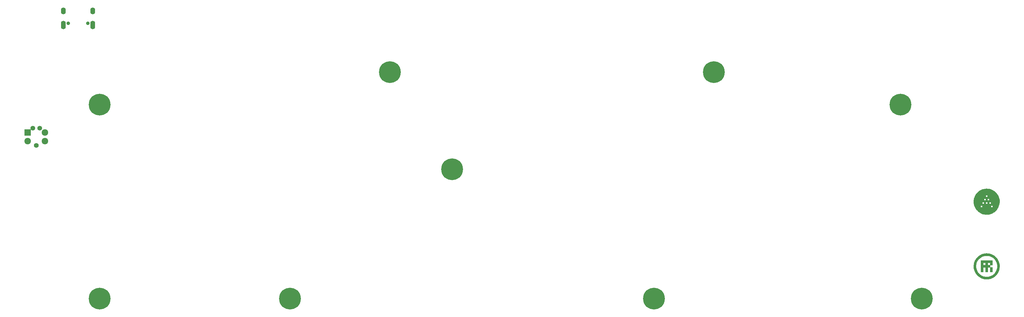
<source format=gts>
G04 #@! TF.FileFunction,Soldermask,Top*
%FSLAX46Y46*%
G04 Gerber Fmt 4.6, Leading zero omitted, Abs format (unit mm)*
G04 Created by KiCad (PCBNEW 4.0.7) date 05/29/18 00:16:54*
%MOMM*%
%LPD*%
G01*
G04 APERTURE LIST*
%ADD10C,0.100000*%
%ADD11C,0.010000*%
%ADD12C,1.388060*%
%ADD13C,1.385520*%
%ADD14C,1.924000*%
%ADD15R,1.924000X1.924000*%
%ADD16C,6.400000*%
%ADD17C,1.400000*%
%ADD18O,1.400000X2.000000*%
%ADD19O,1.400000X2.500000*%
%ADD20C,1.050000*%
G04 APERTURE END LIST*
D10*
D11*
G36*
X333597072Y-120026189D02*
X333877281Y-120052606D01*
X334156778Y-120099253D01*
X334172560Y-120102498D01*
X334430216Y-120166256D01*
X334684094Y-120249424D01*
X334932662Y-120351214D01*
X335174385Y-120470839D01*
X335407731Y-120607513D01*
X335631166Y-120760449D01*
X335843156Y-120928861D01*
X335926820Y-121002574D01*
X336055344Y-121123716D01*
X336170829Y-121242560D01*
X336278774Y-121365124D01*
X336384680Y-121497429D01*
X336412375Y-121533920D01*
X336572427Y-121763117D01*
X336713679Y-121999839D01*
X336836348Y-122244571D01*
X336940652Y-122497797D01*
X337026809Y-122760001D01*
X337095038Y-123031669D01*
X337102939Y-123069349D01*
X337147923Y-123338043D01*
X337173432Y-123608734D01*
X337179477Y-123879760D01*
X337166067Y-124149460D01*
X337133214Y-124416174D01*
X337093490Y-124623805D01*
X337072275Y-124714136D01*
X337047748Y-124810222D01*
X337021617Y-124905842D01*
X336995588Y-124994774D01*
X336971371Y-125070799D01*
X336968325Y-125079760D01*
X336943762Y-125146831D01*
X336912753Y-125224542D01*
X336877162Y-125308783D01*
X336838850Y-125395446D01*
X336799684Y-125480423D01*
X336761524Y-125559603D01*
X336726237Y-125628880D01*
X336695684Y-125684144D01*
X336689523Y-125694440D01*
X336662607Y-125738496D01*
X336630489Y-125790976D01*
X336598610Y-125842995D01*
X336586899Y-125862080D01*
X336563129Y-125898897D01*
X336529945Y-125947646D01*
X336490296Y-126004134D01*
X336447132Y-126064165D01*
X336403400Y-126123545D01*
X336398142Y-126130577D01*
X336285194Y-126271934D01*
X336157705Y-126414896D01*
X336020437Y-126554705D01*
X335878145Y-126686601D01*
X335735591Y-126805826D01*
X335680577Y-126848142D01*
X335621566Y-126891740D01*
X335561389Y-126935133D01*
X335504241Y-126975371D01*
X335454317Y-127009506D01*
X335415811Y-127034590D01*
X335412080Y-127036899D01*
X335362811Y-127067114D01*
X335309445Y-127099791D01*
X335260870Y-127129492D01*
X335244440Y-127139523D01*
X335201697Y-127163779D01*
X335144065Y-127193823D01*
X335075473Y-127227778D01*
X334999848Y-127263766D01*
X334921119Y-127299908D01*
X334843216Y-127334326D01*
X334787240Y-127358067D01*
X334601737Y-127427496D01*
X334401841Y-127488300D01*
X334191982Y-127539509D01*
X333976592Y-127580149D01*
X333760101Y-127609249D01*
X333573120Y-127624487D01*
X333503624Y-127628258D01*
X333448462Y-127630889D01*
X333402429Y-127632376D01*
X333360321Y-127632713D01*
X333316935Y-127631897D01*
X333267066Y-127629921D01*
X333205511Y-127626781D01*
X333156560Y-127624103D01*
X332908547Y-127602123D01*
X332663867Y-127563472D01*
X332420406Y-127507613D01*
X332176053Y-127434004D01*
X331928695Y-127342109D01*
X331749400Y-127265154D01*
X331623848Y-127203740D01*
X331489795Y-127129829D01*
X331351883Y-127046422D01*
X331214754Y-126956521D01*
X331083050Y-126863126D01*
X330961414Y-126769238D01*
X330890880Y-126710177D01*
X330690945Y-126523597D01*
X330505091Y-126323787D01*
X330334055Y-126111987D01*
X330178573Y-125889442D01*
X330039382Y-125657393D01*
X329917219Y-125417082D01*
X329812822Y-125169752D01*
X329726926Y-124916645D01*
X329660270Y-124659004D01*
X329652498Y-124622560D01*
X329604705Y-124343121D01*
X329577144Y-124062937D01*
X329571315Y-123840160D01*
X330247303Y-123840160D01*
X330251835Y-124001576D01*
X330262466Y-124159864D01*
X330279129Y-124309418D01*
X330282473Y-124333000D01*
X330321511Y-124537477D01*
X330378587Y-124745207D01*
X330452399Y-124953217D01*
X330541642Y-125158533D01*
X330645013Y-125358183D01*
X330761208Y-125549192D01*
X330888924Y-125728589D01*
X330901579Y-125744882D01*
X331065448Y-125937881D01*
X331243465Y-126116566D01*
X331434709Y-126280253D01*
X331638258Y-126428259D01*
X331853188Y-126559897D01*
X332078579Y-126674486D01*
X332255694Y-126749511D01*
X332390203Y-126797037D01*
X332537087Y-126840558D01*
X332689361Y-126878372D01*
X332840039Y-126908776D01*
X332982135Y-126930068D01*
X333009240Y-126933118D01*
X333057119Y-126938189D01*
X333100463Y-126942816D01*
X333133364Y-126946367D01*
X333146400Y-126947803D01*
X333180902Y-126950205D01*
X333231280Y-126951783D01*
X333293107Y-126952571D01*
X333361957Y-126952605D01*
X333433402Y-126951917D01*
X333503017Y-126950543D01*
X333566374Y-126948517D01*
X333619048Y-126945873D01*
X333644240Y-126943952D01*
X333895779Y-126910687D01*
X334143699Y-126857859D01*
X334386406Y-126785948D01*
X334622309Y-126695433D01*
X334849818Y-126586794D01*
X334877149Y-126572200D01*
X334954545Y-126527671D01*
X335041723Y-126472940D01*
X335133505Y-126411558D01*
X335224711Y-126347073D01*
X335310165Y-126283037D01*
X335376520Y-126229853D01*
X335564294Y-126060257D01*
X335736308Y-125878134D01*
X335892153Y-125684266D01*
X336031424Y-125479434D01*
X336153714Y-125264421D01*
X336258617Y-125040008D01*
X336345724Y-124806977D01*
X336414632Y-124566111D01*
X336464931Y-124318192D01*
X336494925Y-124078945D01*
X336499610Y-124003703D01*
X336501963Y-123914408D01*
X336502107Y-123816427D01*
X336500168Y-123715128D01*
X336496268Y-123615878D01*
X336490530Y-123524045D01*
X336483080Y-123444996D01*
X336479710Y-123418600D01*
X336448655Y-123234267D01*
X336407882Y-123051650D01*
X336358870Y-122876607D01*
X336303101Y-122714994D01*
X336299511Y-122705694D01*
X336200152Y-122477026D01*
X336083940Y-122258053D01*
X335951803Y-122049718D01*
X335804667Y-121852964D01*
X335643461Y-121668733D01*
X335469111Y-121497969D01*
X335282545Y-121341615D01*
X335084689Y-121200613D01*
X334876472Y-121075906D01*
X334658821Y-120968437D01*
X334543400Y-120920141D01*
X334394827Y-120864021D01*
X334257837Y-120817725D01*
X334128185Y-120780465D01*
X334001624Y-120751448D01*
X333873910Y-120729886D01*
X333740797Y-120714987D01*
X333598039Y-120705962D01*
X333441392Y-120702020D01*
X333369920Y-120701691D01*
X333256748Y-120702333D01*
X333159639Y-120704392D01*
X333074361Y-120708234D01*
X332996683Y-120714228D01*
X332922374Y-120722741D01*
X332847202Y-120734143D01*
X332766938Y-120748801D01*
X332719680Y-120758263D01*
X332614775Y-120783066D01*
X332498113Y-120816330D01*
X332375369Y-120856078D01*
X332252219Y-120900330D01*
X332134338Y-120947107D01*
X332027402Y-120994430D01*
X331989345Y-121012880D01*
X331815115Y-121107488D01*
X331642555Y-121215819D01*
X331475491Y-121334995D01*
X331317747Y-121462137D01*
X331173149Y-121594367D01*
X331060404Y-121711991D01*
X330895769Y-121910509D01*
X330748837Y-122117933D01*
X330619939Y-122333559D01*
X330509403Y-122556687D01*
X330417560Y-122786615D01*
X330344738Y-123022641D01*
X330291268Y-123264062D01*
X330270991Y-123393200D01*
X330256813Y-123530366D01*
X330248940Y-123681222D01*
X330247303Y-123840160D01*
X329571315Y-123840160D01*
X329569808Y-123782596D01*
X329582690Y-123502691D01*
X329615782Y-123223811D01*
X329669078Y-122946548D01*
X329672697Y-122930920D01*
X329734195Y-122705283D01*
X329813445Y-122476785D01*
X329908941Y-122249046D01*
X330019175Y-122025686D01*
X330131310Y-121828824D01*
X330258439Y-121636283D01*
X330403250Y-121446270D01*
X330563104Y-121261601D01*
X330735366Y-121085092D01*
X330917398Y-120919558D01*
X331106563Y-120767815D01*
X331165464Y-120724572D01*
X331376076Y-120584375D01*
X331598536Y-120457255D01*
X331829634Y-120344681D01*
X332066159Y-120248122D01*
X332304901Y-120169048D01*
X332480920Y-120122697D01*
X332758074Y-120068259D01*
X333036878Y-120034023D01*
X333316741Y-120019998D01*
X333597072Y-120026189D01*
X333597072Y-120026189D01*
G37*
X333597072Y-120026189D02*
X333877281Y-120052606D01*
X334156778Y-120099253D01*
X334172560Y-120102498D01*
X334430216Y-120166256D01*
X334684094Y-120249424D01*
X334932662Y-120351214D01*
X335174385Y-120470839D01*
X335407731Y-120607513D01*
X335631166Y-120760449D01*
X335843156Y-120928861D01*
X335926820Y-121002574D01*
X336055344Y-121123716D01*
X336170829Y-121242560D01*
X336278774Y-121365124D01*
X336384680Y-121497429D01*
X336412375Y-121533920D01*
X336572427Y-121763117D01*
X336713679Y-121999839D01*
X336836348Y-122244571D01*
X336940652Y-122497797D01*
X337026809Y-122760001D01*
X337095038Y-123031669D01*
X337102939Y-123069349D01*
X337147923Y-123338043D01*
X337173432Y-123608734D01*
X337179477Y-123879760D01*
X337166067Y-124149460D01*
X337133214Y-124416174D01*
X337093490Y-124623805D01*
X337072275Y-124714136D01*
X337047748Y-124810222D01*
X337021617Y-124905842D01*
X336995588Y-124994774D01*
X336971371Y-125070799D01*
X336968325Y-125079760D01*
X336943762Y-125146831D01*
X336912753Y-125224542D01*
X336877162Y-125308783D01*
X336838850Y-125395446D01*
X336799684Y-125480423D01*
X336761524Y-125559603D01*
X336726237Y-125628880D01*
X336695684Y-125684144D01*
X336689523Y-125694440D01*
X336662607Y-125738496D01*
X336630489Y-125790976D01*
X336598610Y-125842995D01*
X336586899Y-125862080D01*
X336563129Y-125898897D01*
X336529945Y-125947646D01*
X336490296Y-126004134D01*
X336447132Y-126064165D01*
X336403400Y-126123545D01*
X336398142Y-126130577D01*
X336285194Y-126271934D01*
X336157705Y-126414896D01*
X336020437Y-126554705D01*
X335878145Y-126686601D01*
X335735591Y-126805826D01*
X335680577Y-126848142D01*
X335621566Y-126891740D01*
X335561389Y-126935133D01*
X335504241Y-126975371D01*
X335454317Y-127009506D01*
X335415811Y-127034590D01*
X335412080Y-127036899D01*
X335362811Y-127067114D01*
X335309445Y-127099791D01*
X335260870Y-127129492D01*
X335244440Y-127139523D01*
X335201697Y-127163779D01*
X335144065Y-127193823D01*
X335075473Y-127227778D01*
X334999848Y-127263766D01*
X334921119Y-127299908D01*
X334843216Y-127334326D01*
X334787240Y-127358067D01*
X334601737Y-127427496D01*
X334401841Y-127488300D01*
X334191982Y-127539509D01*
X333976592Y-127580149D01*
X333760101Y-127609249D01*
X333573120Y-127624487D01*
X333503624Y-127628258D01*
X333448462Y-127630889D01*
X333402429Y-127632376D01*
X333360321Y-127632713D01*
X333316935Y-127631897D01*
X333267066Y-127629921D01*
X333205511Y-127626781D01*
X333156560Y-127624103D01*
X332908547Y-127602123D01*
X332663867Y-127563472D01*
X332420406Y-127507613D01*
X332176053Y-127434004D01*
X331928695Y-127342109D01*
X331749400Y-127265154D01*
X331623848Y-127203740D01*
X331489795Y-127129829D01*
X331351883Y-127046422D01*
X331214754Y-126956521D01*
X331083050Y-126863126D01*
X330961414Y-126769238D01*
X330890880Y-126710177D01*
X330690945Y-126523597D01*
X330505091Y-126323787D01*
X330334055Y-126111987D01*
X330178573Y-125889442D01*
X330039382Y-125657393D01*
X329917219Y-125417082D01*
X329812822Y-125169752D01*
X329726926Y-124916645D01*
X329660270Y-124659004D01*
X329652498Y-124622560D01*
X329604705Y-124343121D01*
X329577144Y-124062937D01*
X329571315Y-123840160D01*
X330247303Y-123840160D01*
X330251835Y-124001576D01*
X330262466Y-124159864D01*
X330279129Y-124309418D01*
X330282473Y-124333000D01*
X330321511Y-124537477D01*
X330378587Y-124745207D01*
X330452399Y-124953217D01*
X330541642Y-125158533D01*
X330645013Y-125358183D01*
X330761208Y-125549192D01*
X330888924Y-125728589D01*
X330901579Y-125744882D01*
X331065448Y-125937881D01*
X331243465Y-126116566D01*
X331434709Y-126280253D01*
X331638258Y-126428259D01*
X331853188Y-126559897D01*
X332078579Y-126674486D01*
X332255694Y-126749511D01*
X332390203Y-126797037D01*
X332537087Y-126840558D01*
X332689361Y-126878372D01*
X332840039Y-126908776D01*
X332982135Y-126930068D01*
X333009240Y-126933118D01*
X333057119Y-126938189D01*
X333100463Y-126942816D01*
X333133364Y-126946367D01*
X333146400Y-126947803D01*
X333180902Y-126950205D01*
X333231280Y-126951783D01*
X333293107Y-126952571D01*
X333361957Y-126952605D01*
X333433402Y-126951917D01*
X333503017Y-126950543D01*
X333566374Y-126948517D01*
X333619048Y-126945873D01*
X333644240Y-126943952D01*
X333895779Y-126910687D01*
X334143699Y-126857859D01*
X334386406Y-126785948D01*
X334622309Y-126695433D01*
X334849818Y-126586794D01*
X334877149Y-126572200D01*
X334954545Y-126527671D01*
X335041723Y-126472940D01*
X335133505Y-126411558D01*
X335224711Y-126347073D01*
X335310165Y-126283037D01*
X335376520Y-126229853D01*
X335564294Y-126060257D01*
X335736308Y-125878134D01*
X335892153Y-125684266D01*
X336031424Y-125479434D01*
X336153714Y-125264421D01*
X336258617Y-125040008D01*
X336345724Y-124806977D01*
X336414632Y-124566111D01*
X336464931Y-124318192D01*
X336494925Y-124078945D01*
X336499610Y-124003703D01*
X336501963Y-123914408D01*
X336502107Y-123816427D01*
X336500168Y-123715128D01*
X336496268Y-123615878D01*
X336490530Y-123524045D01*
X336483080Y-123444996D01*
X336479710Y-123418600D01*
X336448655Y-123234267D01*
X336407882Y-123051650D01*
X336358870Y-122876607D01*
X336303101Y-122714994D01*
X336299511Y-122705694D01*
X336200152Y-122477026D01*
X336083940Y-122258053D01*
X335951803Y-122049718D01*
X335804667Y-121852964D01*
X335643461Y-121668733D01*
X335469111Y-121497969D01*
X335282545Y-121341615D01*
X335084689Y-121200613D01*
X334876472Y-121075906D01*
X334658821Y-120968437D01*
X334543400Y-120920141D01*
X334394827Y-120864021D01*
X334257837Y-120817725D01*
X334128185Y-120780465D01*
X334001624Y-120751448D01*
X333873910Y-120729886D01*
X333740797Y-120714987D01*
X333598039Y-120705962D01*
X333441392Y-120702020D01*
X333369920Y-120701691D01*
X333256748Y-120702333D01*
X333159639Y-120704392D01*
X333074361Y-120708234D01*
X332996683Y-120714228D01*
X332922374Y-120722741D01*
X332847202Y-120734143D01*
X332766938Y-120748801D01*
X332719680Y-120758263D01*
X332614775Y-120783066D01*
X332498113Y-120816330D01*
X332375369Y-120856078D01*
X332252219Y-120900330D01*
X332134338Y-120947107D01*
X332027402Y-120994430D01*
X331989345Y-121012880D01*
X331815115Y-121107488D01*
X331642555Y-121215819D01*
X331475491Y-121334995D01*
X331317747Y-121462137D01*
X331173149Y-121594367D01*
X331060404Y-121711991D01*
X330895769Y-121910509D01*
X330748837Y-122117933D01*
X330619939Y-122333559D01*
X330509403Y-122556687D01*
X330417560Y-122786615D01*
X330344738Y-123022641D01*
X330291268Y-123264062D01*
X330270991Y-123393200D01*
X330256813Y-123530366D01*
X330248940Y-123681222D01*
X330247303Y-123840160D01*
X329571315Y-123840160D01*
X329569808Y-123782596D01*
X329582690Y-123502691D01*
X329615782Y-123223811D01*
X329669078Y-122946548D01*
X329672697Y-122930920D01*
X329734195Y-122705283D01*
X329813445Y-122476785D01*
X329908941Y-122249046D01*
X330019175Y-122025686D01*
X330131310Y-121828824D01*
X330258439Y-121636283D01*
X330403250Y-121446270D01*
X330563104Y-121261601D01*
X330735366Y-121085092D01*
X330917398Y-120919558D01*
X331106563Y-120767815D01*
X331165464Y-120724572D01*
X331376076Y-120584375D01*
X331598536Y-120457255D01*
X331829634Y-120344681D01*
X332066159Y-120248122D01*
X332304901Y-120169048D01*
X332480920Y-120122697D01*
X332758074Y-120068259D01*
X333036878Y-120034023D01*
X333316741Y-120019998D01*
X333597072Y-120026189D01*
G36*
X335071720Y-123479560D02*
X334391000Y-123479560D01*
X334391000Y-122798840D01*
X334050504Y-122798840D01*
X333710009Y-122798839D01*
X333712684Y-123141740D01*
X333715360Y-123484640D01*
X334053180Y-123487316D01*
X334391000Y-123489993D01*
X334391000Y-124160280D01*
X333710280Y-124160280D01*
X333710280Y-125521720D01*
X333039864Y-125521720D01*
X333034640Y-124165360D01*
X332691740Y-124162684D01*
X332348840Y-124160009D01*
X332348840Y-125521720D01*
X331678280Y-125521720D01*
X331678280Y-123137371D01*
X332348840Y-123137371D01*
X332349040Y-123218414D01*
X332349607Y-123292918D01*
X332350495Y-123358462D01*
X332351653Y-123412626D01*
X332353035Y-123452990D01*
X332354590Y-123477135D01*
X332355748Y-123483081D01*
X332367211Y-123484658D01*
X332396563Y-123485949D01*
X332441373Y-123486924D01*
X332499210Y-123487554D01*
X332567644Y-123487808D01*
X332644245Y-123487656D01*
X332698648Y-123487314D01*
X333034640Y-123484640D01*
X333034640Y-122803920D01*
X332691740Y-122801244D01*
X332348840Y-122798569D01*
X332348840Y-123137371D01*
X331678280Y-123137371D01*
X331678280Y-122128280D01*
X335071720Y-122128280D01*
X335071720Y-123479560D01*
X335071720Y-123479560D01*
G37*
X335071720Y-123479560D02*
X334391000Y-123479560D01*
X334391000Y-122798840D01*
X334050504Y-122798840D01*
X333710009Y-122798839D01*
X333712684Y-123141740D01*
X333715360Y-123484640D01*
X334053180Y-123487316D01*
X334391000Y-123489993D01*
X334391000Y-124160280D01*
X333710280Y-124160280D01*
X333710280Y-125521720D01*
X333039864Y-125521720D01*
X333034640Y-124165360D01*
X332691740Y-124162684D01*
X332348840Y-124160009D01*
X332348840Y-125521720D01*
X331678280Y-125521720D01*
X331678280Y-123137371D01*
X332348840Y-123137371D01*
X332349040Y-123218414D01*
X332349607Y-123292918D01*
X332350495Y-123358462D01*
X332351653Y-123412626D01*
X332353035Y-123452990D01*
X332354590Y-123477135D01*
X332355748Y-123483081D01*
X332367211Y-123484658D01*
X332396563Y-123485949D01*
X332441373Y-123486924D01*
X332499210Y-123487554D01*
X332567644Y-123487808D01*
X332644245Y-123487656D01*
X332698648Y-123487314D01*
X333034640Y-123484640D01*
X333034640Y-122803920D01*
X332691740Y-122801244D01*
X332348840Y-122798569D01*
X332348840Y-123137371D01*
X331678280Y-123137371D01*
X331678280Y-122128280D01*
X335071720Y-122128280D01*
X335071720Y-123479560D01*
G36*
X335071720Y-125521720D02*
X334390855Y-125521720D01*
X334393467Y-124843540D01*
X334396080Y-124165360D01*
X335071720Y-124160006D01*
X335071720Y-125521720D01*
X335071720Y-125521720D01*
G37*
X335071720Y-125521720D02*
X334390855Y-125521720D01*
X334393467Y-124843540D01*
X334396080Y-124165360D01*
X335071720Y-124160006D01*
X335071720Y-125521720D01*
G36*
X333605360Y-100975138D02*
X333878243Y-101001784D01*
X333903320Y-101005249D01*
X334177951Y-101054208D01*
X334445852Y-101122098D01*
X334706273Y-101208432D01*
X334958465Y-101312721D01*
X335201676Y-101434477D01*
X335435157Y-101573211D01*
X335658158Y-101728434D01*
X335869929Y-101899659D01*
X336069720Y-102086398D01*
X336256780Y-102288160D01*
X336430361Y-102504459D01*
X336589711Y-102734806D01*
X336610999Y-102768400D01*
X336744721Y-103000729D01*
X336861078Y-103242651D01*
X336959819Y-103492803D01*
X337040693Y-103749824D01*
X337103450Y-104012352D01*
X337147839Y-104279025D01*
X337173610Y-104548481D01*
X337180511Y-104819359D01*
X337168293Y-105090296D01*
X337136705Y-105359931D01*
X337113083Y-105496360D01*
X337050667Y-105767506D01*
X336969242Y-106031677D01*
X336869099Y-106288265D01*
X336750527Y-106536662D01*
X336613815Y-106776258D01*
X336459253Y-107006445D01*
X336294818Y-107217447D01*
X336235074Y-107285819D01*
X336163682Y-107362498D01*
X336084593Y-107443604D01*
X336001757Y-107525257D01*
X335919125Y-107603578D01*
X335840647Y-107674689D01*
X335770273Y-107734709D01*
X335757520Y-107745041D01*
X335534790Y-107910687D01*
X335301849Y-108058961D01*
X335059599Y-108189492D01*
X334808940Y-108301909D01*
X334550773Y-108395838D01*
X334285998Y-108470910D01*
X334015516Y-108526752D01*
X333786480Y-108558321D01*
X333688720Y-108566950D01*
X333579373Y-108573469D01*
X333464560Y-108577726D01*
X333350399Y-108579569D01*
X333243010Y-108578848D01*
X333148514Y-108575411D01*
X333133358Y-108574493D01*
X332855227Y-108546384D01*
X332582039Y-108498721D01*
X332314553Y-108431805D01*
X332053526Y-108345940D01*
X331799717Y-108241428D01*
X331553883Y-108118574D01*
X331316782Y-107977679D01*
X331089172Y-107819046D01*
X330932552Y-107694818D01*
X330864180Y-107635074D01*
X330787501Y-107563682D01*
X330706395Y-107484593D01*
X330624742Y-107401757D01*
X330546421Y-107319125D01*
X330475310Y-107240647D01*
X330415290Y-107170273D01*
X330404958Y-107157520D01*
X330239525Y-106935035D01*
X330091160Y-106701912D01*
X329960329Y-106459160D01*
X329847498Y-106207785D01*
X329753132Y-105948795D01*
X329745829Y-105923080D01*
X331576680Y-105923080D01*
X331576680Y-106441240D01*
X332094840Y-106441240D01*
X332094840Y-105923080D01*
X334624680Y-105923080D01*
X334624680Y-106441240D01*
X335142840Y-106441240D01*
X335142840Y-105923080D01*
X334624680Y-105923080D01*
X332094840Y-105923080D01*
X331576680Y-105923080D01*
X329745829Y-105923080D01*
X329677698Y-105683200D01*
X329636882Y-105496360D01*
X329595687Y-105229448D01*
X329573637Y-104958945D01*
X329573171Y-104917240D01*
X332094840Y-104917240D01*
X332094840Y-105435400D01*
X332613000Y-105435400D01*
X332613000Y-104917240D01*
X333100680Y-104917240D01*
X333100680Y-105435400D01*
X333618840Y-105435400D01*
X333618840Y-104917240D01*
X334137000Y-104917240D01*
X334137000Y-105435400D01*
X334624680Y-105435400D01*
X334624680Y-104917240D01*
X334137000Y-104917240D01*
X333618840Y-104917240D01*
X333100680Y-104917240D01*
X332613000Y-104917240D01*
X332094840Y-104917240D01*
X329573171Y-104917240D01*
X329570593Y-104686818D01*
X329586416Y-104415032D01*
X329620967Y-104145554D01*
X329667884Y-103911400D01*
X332613000Y-103911400D01*
X332613000Y-104399080D01*
X333100680Y-104399080D01*
X333100680Y-103911400D01*
X333618840Y-103911400D01*
X333618840Y-104399080D01*
X334137000Y-104399080D01*
X334137000Y-103911400D01*
X333618840Y-103911400D01*
X333100680Y-103911400D01*
X332613000Y-103911400D01*
X329667884Y-103911400D01*
X329674106Y-103880350D01*
X329745696Y-103621388D01*
X329775843Y-103530400D01*
X329875515Y-103273440D01*
X329993246Y-103025218D01*
X330078259Y-102875080D01*
X333100680Y-102875080D01*
X333100680Y-103393240D01*
X333618840Y-103393240D01*
X333618840Y-102875080D01*
X333100680Y-102875080D01*
X330078259Y-102875080D01*
X330128359Y-102786603D01*
X330280178Y-102558468D01*
X330448024Y-102341683D01*
X330631222Y-102137121D01*
X330829094Y-101945652D01*
X331040963Y-101768148D01*
X331266152Y-101605480D01*
X331276960Y-101598276D01*
X331510058Y-101455555D01*
X331752336Y-101330577D01*
X332002603Y-101223613D01*
X332259669Y-101134930D01*
X332522346Y-101064797D01*
X332789443Y-101013483D01*
X333059771Y-100981256D01*
X333332140Y-100968385D01*
X333605360Y-100975138D01*
X333605360Y-100975138D01*
G37*
X333605360Y-100975138D02*
X333878243Y-101001784D01*
X333903320Y-101005249D01*
X334177951Y-101054208D01*
X334445852Y-101122098D01*
X334706273Y-101208432D01*
X334958465Y-101312721D01*
X335201676Y-101434477D01*
X335435157Y-101573211D01*
X335658158Y-101728434D01*
X335869929Y-101899659D01*
X336069720Y-102086398D01*
X336256780Y-102288160D01*
X336430361Y-102504459D01*
X336589711Y-102734806D01*
X336610999Y-102768400D01*
X336744721Y-103000729D01*
X336861078Y-103242651D01*
X336959819Y-103492803D01*
X337040693Y-103749824D01*
X337103450Y-104012352D01*
X337147839Y-104279025D01*
X337173610Y-104548481D01*
X337180511Y-104819359D01*
X337168293Y-105090296D01*
X337136705Y-105359931D01*
X337113083Y-105496360D01*
X337050667Y-105767506D01*
X336969242Y-106031677D01*
X336869099Y-106288265D01*
X336750527Y-106536662D01*
X336613815Y-106776258D01*
X336459253Y-107006445D01*
X336294818Y-107217447D01*
X336235074Y-107285819D01*
X336163682Y-107362498D01*
X336084593Y-107443604D01*
X336001757Y-107525257D01*
X335919125Y-107603578D01*
X335840647Y-107674689D01*
X335770273Y-107734709D01*
X335757520Y-107745041D01*
X335534790Y-107910687D01*
X335301849Y-108058961D01*
X335059599Y-108189492D01*
X334808940Y-108301909D01*
X334550773Y-108395838D01*
X334285998Y-108470910D01*
X334015516Y-108526752D01*
X333786480Y-108558321D01*
X333688720Y-108566950D01*
X333579373Y-108573469D01*
X333464560Y-108577726D01*
X333350399Y-108579569D01*
X333243010Y-108578848D01*
X333148514Y-108575411D01*
X333133358Y-108574493D01*
X332855227Y-108546384D01*
X332582039Y-108498721D01*
X332314553Y-108431805D01*
X332053526Y-108345940D01*
X331799717Y-108241428D01*
X331553883Y-108118574D01*
X331316782Y-107977679D01*
X331089172Y-107819046D01*
X330932552Y-107694818D01*
X330864180Y-107635074D01*
X330787501Y-107563682D01*
X330706395Y-107484593D01*
X330624742Y-107401757D01*
X330546421Y-107319125D01*
X330475310Y-107240647D01*
X330415290Y-107170273D01*
X330404958Y-107157520D01*
X330239525Y-106935035D01*
X330091160Y-106701912D01*
X329960329Y-106459160D01*
X329847498Y-106207785D01*
X329753132Y-105948795D01*
X329745829Y-105923080D01*
X331576680Y-105923080D01*
X331576680Y-106441240D01*
X332094840Y-106441240D01*
X332094840Y-105923080D01*
X334624680Y-105923080D01*
X334624680Y-106441240D01*
X335142840Y-106441240D01*
X335142840Y-105923080D01*
X334624680Y-105923080D01*
X332094840Y-105923080D01*
X331576680Y-105923080D01*
X329745829Y-105923080D01*
X329677698Y-105683200D01*
X329636882Y-105496360D01*
X329595687Y-105229448D01*
X329573637Y-104958945D01*
X329573171Y-104917240D01*
X332094840Y-104917240D01*
X332094840Y-105435400D01*
X332613000Y-105435400D01*
X332613000Y-104917240D01*
X333100680Y-104917240D01*
X333100680Y-105435400D01*
X333618840Y-105435400D01*
X333618840Y-104917240D01*
X334137000Y-104917240D01*
X334137000Y-105435400D01*
X334624680Y-105435400D01*
X334624680Y-104917240D01*
X334137000Y-104917240D01*
X333618840Y-104917240D01*
X333100680Y-104917240D01*
X332613000Y-104917240D01*
X332094840Y-104917240D01*
X329573171Y-104917240D01*
X329570593Y-104686818D01*
X329586416Y-104415032D01*
X329620967Y-104145554D01*
X329667884Y-103911400D01*
X332613000Y-103911400D01*
X332613000Y-104399080D01*
X333100680Y-104399080D01*
X333100680Y-103911400D01*
X333618840Y-103911400D01*
X333618840Y-104399080D01*
X334137000Y-104399080D01*
X334137000Y-103911400D01*
X333618840Y-103911400D01*
X333100680Y-103911400D01*
X332613000Y-103911400D01*
X329667884Y-103911400D01*
X329674106Y-103880350D01*
X329745696Y-103621388D01*
X329775843Y-103530400D01*
X329875515Y-103273440D01*
X329993246Y-103025218D01*
X330078259Y-102875080D01*
X333100680Y-102875080D01*
X333100680Y-103393240D01*
X333618840Y-103393240D01*
X333618840Y-102875080D01*
X333100680Y-102875080D01*
X330078259Y-102875080D01*
X330128359Y-102786603D01*
X330280178Y-102558468D01*
X330448024Y-102341683D01*
X330631222Y-102137121D01*
X330829094Y-101945652D01*
X331040963Y-101768148D01*
X331266152Y-101605480D01*
X331276960Y-101598276D01*
X331510058Y-101455555D01*
X331752336Y-101330577D01*
X332002603Y-101223613D01*
X332259669Y-101134930D01*
X332522346Y-101064797D01*
X332789443Y-101013483D01*
X333059771Y-100981256D01*
X333332140Y-100968385D01*
X333605360Y-100975138D01*
D12*
X53975000Y-88265000D03*
D13*
X54991000Y-83185000D03*
X52959000Y-83185000D03*
D14*
X51435000Y-86995000D03*
X56515000Y-86995000D03*
D15*
X51435000Y-84455000D03*
D14*
X56515000Y-84455000D03*
D16*
X72622500Y-133340000D03*
D17*
X72622500Y-131590000D03*
X73872500Y-131590000D03*
X71372500Y-131590000D03*
X72622500Y-135090000D03*
X73872500Y-135090000D03*
X71372500Y-135090000D03*
D16*
X72622500Y-76200000D03*
D17*
X72622500Y-74200000D03*
X74122500Y-74700000D03*
X71122500Y-74700000D03*
X72622500Y-78200000D03*
X74122500Y-77700000D03*
X71122500Y-77700000D03*
X74622500Y-76200000D03*
X70622500Y-76200000D03*
D16*
X176212500Y-95250000D03*
D17*
X176212500Y-93500000D03*
X177462500Y-93500000D03*
X174962500Y-93500000D03*
X176212500Y-97000000D03*
X177462500Y-97000000D03*
X174962500Y-97000000D03*
D16*
X235602500Y-133350000D03*
D17*
X235602500Y-131600000D03*
X236852500Y-131600000D03*
X234352500Y-131600000D03*
X235602500Y-135100000D03*
X236852500Y-135100000D03*
X234352500Y-135100000D03*
D16*
X314342500Y-133350000D03*
D17*
X314342500Y-131600000D03*
X315592500Y-131600000D03*
X313092500Y-131600000D03*
X314342500Y-135100000D03*
X315592500Y-135100000D03*
X313092500Y-135100000D03*
D16*
X308072500Y-76200000D03*
D17*
X308072500Y-74450000D03*
X309322500Y-74450000D03*
X306822500Y-74450000D03*
X308072500Y-77950000D03*
X309322500Y-77950000D03*
X306822500Y-77950000D03*
D16*
X128587500Y-133350000D03*
D17*
X128587500Y-131350000D03*
X130087500Y-131850000D03*
X127087500Y-131850000D03*
X128587500Y-135350000D03*
X130087500Y-134850000D03*
X127087500Y-134850000D03*
X130587500Y-133350000D03*
X126587500Y-133350000D03*
D16*
X157956250Y-66675000D03*
D17*
X157956250Y-64675000D03*
X159456250Y-65175000D03*
X156456250Y-65175000D03*
X157956250Y-68675000D03*
X159456250Y-68175000D03*
X156456250Y-68175000D03*
X159956250Y-66675000D03*
X155956250Y-66675000D03*
D16*
X253206250Y-66675000D03*
D17*
X253206250Y-64675000D03*
X254706250Y-65175000D03*
X251706250Y-65175000D03*
X253206250Y-68675000D03*
X254706250Y-68175000D03*
X251706250Y-68175000D03*
X255206250Y-66675000D03*
X251206250Y-66675000D03*
D18*
X70557600Y-48600000D03*
X61917600Y-48600000D03*
D19*
X70557600Y-52780000D03*
X61917600Y-52780000D03*
D20*
X63347600Y-52250000D03*
X69127600Y-52250000D03*
M02*

</source>
